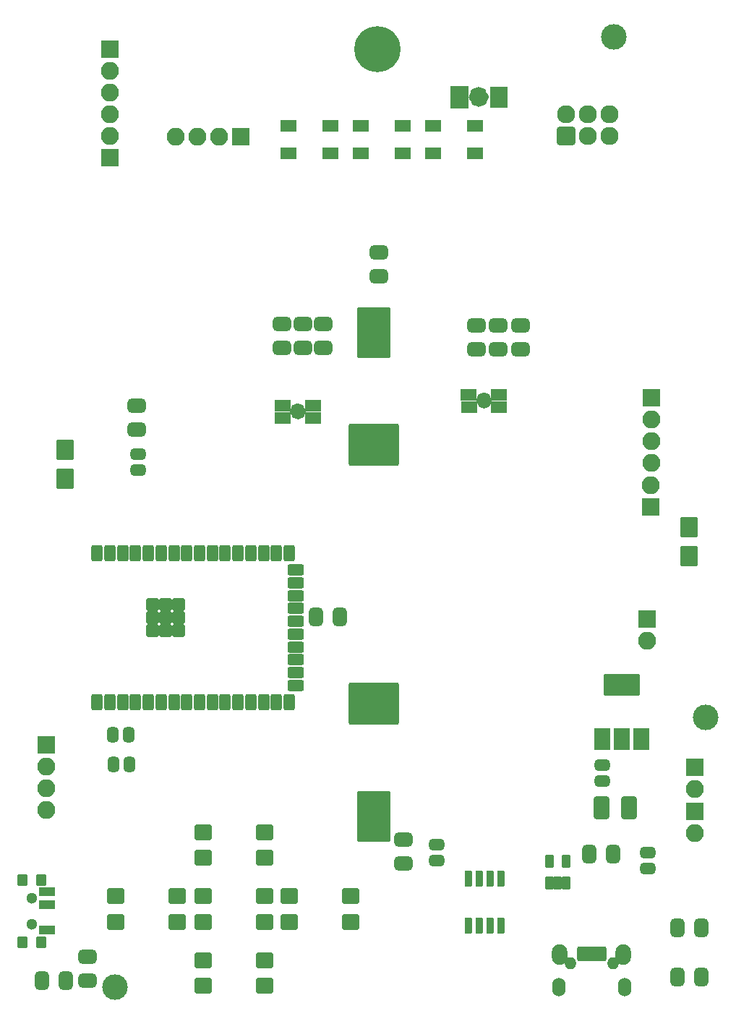
<source format=gbr>
%TF.GenerationSoftware,KiCad,Pcbnew,(6.0.10)*%
%TF.CreationDate,2023-01-31T22:12:51-06:00*%
%TF.ProjectId,CC11_Main,43433131-5f4d-4616-996e-2e6b69636164,1d*%
%TF.SameCoordinates,Original*%
%TF.FileFunction,Soldermask,Bot*%
%TF.FilePolarity,Negative*%
%FSLAX46Y46*%
G04 Gerber Fmt 4.6, Leading zero omitted, Abs format (unit mm)*
G04 Created by KiCad (PCBNEW (6.0.10)) date 2023-01-31 22:12:51*
%MOMM*%
%LPD*%
G01*
G04 APERTURE LIST*
G04 Aperture macros list*
%AMRoundRect*
0 Rectangle with rounded corners*
0 $1 Rounding radius*
0 $2 $3 $4 $5 $6 $7 $8 $9 X,Y pos of 4 corners*
0 Add a 4 corners polygon primitive as box body*
4,1,4,$2,$3,$4,$5,$6,$7,$8,$9,$2,$3,0*
0 Add four circle primitives for the rounded corners*
1,1,$1+$1,$2,$3*
1,1,$1+$1,$4,$5*
1,1,$1+$1,$6,$7*
1,1,$1+$1,$8,$9*
0 Add four rect primitives between the rounded corners*
20,1,$1+$1,$2,$3,$4,$5,0*
20,1,$1+$1,$4,$5,$6,$7,0*
20,1,$1+$1,$6,$7,$8,$9,0*
20,1,$1+$1,$8,$9,$2,$3,0*%
G04 Aperture macros list end*
%ADD10C,1.152495*%
%ADD11C,0.100000*%
%ADD12C,0.953085*%
%ADD13R,1.955800X2.463800*%
%ADD14R,1.930400X2.438400*%
%ADD15C,5.400000*%
%ADD16RoundRect,0.200000X-0.750000X-0.500000X0.750000X-0.500000X0.750000X0.500000X-0.750000X0.500000X0*%
%ADD17O,2.127200X2.127200*%
%ADD18RoundRect,0.200000X-0.863600X0.863600X-0.863600X-0.863600X0.863600X-0.863600X0.863600X0.863600X0*%
%ADD19C,2.127200*%
%ADD20C,3.000000*%
%ADD21RoundRect,0.200000X0.750000X1.100000X-0.750000X1.100000X-0.750000X-1.100000X0.750000X-1.100000X0*%
%ADD22RoundRect,0.200000X1.900000X1.100000X-1.900000X1.100000X-1.900000X-1.100000X1.900000X-1.100000X0*%
%ADD23RoundRect,0.443750X-0.243750X-0.456250X0.243750X-0.456250X0.243750X0.456250X-0.243750X0.456250X0*%
%ADD24RoundRect,0.450000X-0.625000X0.375000X-0.625000X-0.375000X0.625000X-0.375000X0.625000X0.375000X0*%
%ADD25RoundRect,0.200000X0.400000X-0.500000X0.400000X0.500000X-0.400000X0.500000X-0.400000X-0.500000X0*%
%ADD26C,1.300000*%
%ADD27RoundRect,0.200000X0.750000X-0.350000X0.750000X0.350000X-0.750000X0.350000X-0.750000X-0.350000X0*%
%ADD28RoundRect,0.200000X0.850000X0.850000X-0.850000X0.850000X-0.850000X-0.850000X0.850000X-0.850000X0*%
%ADD29O,2.100000X2.100000*%
%ADD30RoundRect,0.450001X0.499999X0.924999X-0.499999X0.924999X-0.499999X-0.924999X0.499999X-0.924999X0*%
%ADD31RoundRect,0.200000X-0.850000X-0.850000X0.850000X-0.850000X0.850000X0.850000X-0.850000X0.850000X0*%
%ADD32RoundRect,0.200000X0.750000X0.500000X-0.750000X0.500000X-0.750000X-0.500000X0.750000X-0.500000X0*%
%ADD33RoundRect,0.443750X0.456250X-0.243750X0.456250X0.243750X-0.456250X0.243750X-0.456250X-0.243750X0*%
%ADD34RoundRect,0.200000X0.800000X0.700000X-0.800000X0.700000X-0.800000X-0.700000X0.800000X-0.700000X0*%
%ADD35RoundRect,0.450000X-0.375000X-0.625000X0.375000X-0.625000X0.375000X0.625000X-0.375000X0.625000X0*%
%ADD36RoundRect,0.450000X0.375000X0.625000X-0.375000X0.625000X-0.375000X-0.625000X0.375000X-0.625000X0*%
%ADD37RoundRect,0.200000X0.300000X0.600000X-0.300000X0.600000X-0.300000X-0.600000X0.300000X-0.600000X0*%
%ADD38RoundRect,0.200000X2.750000X-2.250000X2.750000X2.250000X-2.750000X2.250000X-2.750000X-2.250000X0*%
%ADD39RoundRect,0.200000X1.750000X-2.750000X1.750000X2.750000X-1.750000X2.750000X-1.750000X-2.750000X0*%
%ADD40RoundRect,0.443750X-0.456250X0.243750X-0.456250X-0.243750X0.456250X-0.243750X0.456250X0.243750X0*%
%ADD41RoundRect,0.200000X0.850000X-0.850000X0.850000X0.850000X-0.850000X0.850000X-0.850000X-0.850000X0*%
%ADD42RoundRect,0.070000X0.325000X0.875000X-0.325000X0.875000X-0.325000X-0.875000X0.325000X-0.875000X0*%
%ADD43RoundRect,0.200000X-0.850000X0.974000X-0.850000X-0.974000X0.850000X-0.974000X0.850000X0.974000X0*%
%ADD44O,1.400000X1.400000*%
%ADD45RoundRect,0.200000X0.200000X0.650000X-0.200000X0.650000X-0.200000X-0.650000X0.200000X-0.650000X0*%
%ADD46O,1.850000X2.400000*%
%ADD47O,1.550000X2.200000*%
%ADD48RoundRect,0.200000X-0.450000X0.750000X-0.450000X-0.750000X0.450000X-0.750000X0.450000X0.750000X0*%
%ADD49RoundRect,0.200000X0.750000X0.450000X-0.750000X0.450000X-0.750000X-0.450000X0.750000X-0.450000X0*%
%ADD50RoundRect,0.200000X0.450000X-0.750000X0.450000X0.750000X-0.450000X0.750000X-0.450000X-0.750000X0*%
%ADD51RoundRect,0.200000X0.550000X-0.550000X0.550000X0.550000X-0.550000X0.550000X-0.550000X-0.550000X0*%
%ADD52RoundRect,0.450000X0.625000X-0.375000X0.625000X0.375000X-0.625000X0.375000X-0.625000X-0.375000X0*%
G04 APERTURE END LIST*
%TO.C,D6*%
D10*
X162265047Y-39750000D02*
G75*
G03*
X162265047Y-39750000I-576247J0D01*
G01*
G36*
X160368000Y-40994600D02*
G01*
X158386800Y-40994600D01*
X158386800Y-38505400D01*
X160368000Y-38505400D01*
X160368000Y-40994600D01*
G37*
D11*
X160368000Y-40994600D02*
X158386800Y-40994600D01*
X158386800Y-38505400D01*
X160368000Y-38505400D01*
X160368000Y-40994600D01*
G36*
X164940000Y-40969200D02*
G01*
X163009600Y-40969200D01*
X163009600Y-38530800D01*
X164940000Y-38530800D01*
X164940000Y-40969200D01*
G37*
X164940000Y-40969200D02*
X163009600Y-40969200D01*
X163009600Y-38530800D01*
X164940000Y-38530800D01*
X164940000Y-40969200D01*
%TO.C,D7*%
D12*
X140979626Y-76570000D02*
G75*
G03*
X140979626Y-76570000I-476542J0D01*
G01*
%TO.C,D8*%
X162789626Y-75300000D02*
G75*
G03*
X162789626Y-75300000I-476542J0D01*
G01*
%TD*%
D13*
%TO.C,D6*%
X159402800Y-39750000D03*
D14*
X163974800Y-39750000D03*
%TD*%
D15*
%TO.C,REF\u002A\u002A*%
X149840000Y-34130000D03*
%TD*%
D16*
%TO.C,D7*%
X142260000Y-77350000D03*
X138730000Y-77350000D03*
X138700000Y-75900000D03*
X142250000Y-75910000D03*
%TD*%
%TO.C,D8*%
X164070000Y-76080000D03*
X160540000Y-76080000D03*
X160510000Y-74630000D03*
X164060000Y-74640000D03*
%TD*%
D17*
%TO.C,X1*%
X171942700Y-41823700D03*
D18*
X171942700Y-44363700D03*
D17*
X174482700Y-41823700D03*
X174482700Y-44363700D03*
D19*
X177022700Y-41823700D03*
X177022700Y-44363700D03*
%TD*%
D20*
%TO.C,REF\u002A\u002A*%
X119110000Y-143940000D03*
%TD*%
%TO.C,REF\u002A\u002A*%
X188260000Y-112370000D03*
%TD*%
D21*
%TO.C,U4*%
X180750000Y-114920000D03*
X178450000Y-114920000D03*
X176150000Y-114920000D03*
D22*
X178450000Y-108620000D03*
%TD*%
D23*
%TO.C,C4*%
X118812500Y-114430000D03*
X120687500Y-114430000D03*
%TD*%
D24*
%TO.C,R1*%
X115870000Y-140450000D03*
X115870000Y-143250000D03*
%TD*%
D25*
%TO.C,SW1*%
X108280000Y-138720000D03*
X110490000Y-131420000D03*
X108280000Y-131420000D03*
D26*
X109380000Y-136570000D03*
X109380000Y-133570000D03*
D25*
X110490000Y-138720000D03*
D27*
X111140000Y-137320000D03*
X111140000Y-134320000D03*
X111140000Y-132820000D03*
%TD*%
D28*
%TO.C,J4*%
X111080000Y-115590000D03*
D29*
X111080000Y-118130000D03*
X111080000Y-120670000D03*
X111080000Y-123210000D03*
%TD*%
D30*
%TO.C,C7*%
X179325000Y-122980000D03*
X176075000Y-122980000D03*
%TD*%
D31*
%TO.C,J1*%
X118525000Y-46900000D03*
D29*
X118525000Y-44360000D03*
%TD*%
D32*
%TO.C,D4*%
X152760000Y-43170000D03*
X152760000Y-46370000D03*
X147860000Y-46370000D03*
X147860000Y-43170000D03*
%TD*%
D33*
%TO.C,C5*%
X156750000Y-129167500D03*
X156750000Y-127292500D03*
%TD*%
D34*
%TO.C,SW7*%
X136580000Y-140820000D03*
X129380000Y-140820000D03*
X136580000Y-143820000D03*
X129380000Y-143820000D03*
%TD*%
D35*
%TO.C,D1*%
X110550000Y-143220000D03*
X113350000Y-143220000D03*
%TD*%
D24*
%TO.C,R8*%
X143510000Y-66310000D03*
X143510000Y-69110000D03*
%TD*%
D35*
%TO.C,R12*%
X142590000Y-100620000D03*
X145390000Y-100620000D03*
%TD*%
D28*
%TO.C,J6*%
X118510000Y-34160000D03*
D29*
X118510000Y-36700000D03*
X118510000Y-39240000D03*
X118510000Y-41780000D03*
%TD*%
D36*
%TO.C,D2*%
X187780000Y-142810000D03*
X184980000Y-142810000D03*
%TD*%
D34*
%TO.C,SW4*%
X136610000Y-125820000D03*
X129410000Y-125820000D03*
X129410000Y-128820000D03*
X136610000Y-128820000D03*
%TD*%
D28*
%TO.C,J8*%
X181400000Y-100875000D03*
D29*
X181400000Y-103415000D03*
%TD*%
D34*
%TO.C,SW6*%
X119200000Y-133325000D03*
X126400000Y-133325000D03*
X126400000Y-136325000D03*
X119200000Y-136325000D03*
%TD*%
D37*
%TO.C,U1*%
X171890000Y-131820000D03*
X170940000Y-131820000D03*
X169990000Y-131820000D03*
X169990000Y-129220000D03*
X171890000Y-129220000D03*
%TD*%
D38*
%TO.C,BT1*%
X149430000Y-110815000D03*
D39*
X149430000Y-123990000D03*
D38*
X149405000Y-80515000D03*
D39*
X149430000Y-67390000D03*
%TD*%
D33*
%TO.C,C2*%
X181460000Y-130090000D03*
X181460000Y-128215000D03*
%TD*%
D40*
%TO.C,C1*%
X121780000Y-81582500D03*
X121780000Y-83457500D03*
%TD*%
D41*
%TO.C,OLED1*%
X133780000Y-44390000D03*
D29*
X131240000Y-44390000D03*
X128700000Y-44390000D03*
X126160000Y-44390000D03*
%TD*%
D42*
%TO.C,U3*%
X164315000Y-136781100D03*
X163045000Y-136781100D03*
X161775000Y-136781100D03*
X160505000Y-136781100D03*
X160505000Y-131281100D03*
X161775000Y-131281100D03*
X163045000Y-131281100D03*
X164315000Y-131281100D03*
%TD*%
D34*
%TO.C,SW3*%
X139480000Y-133340000D03*
X146680000Y-133340000D03*
X139480000Y-136340000D03*
X146680000Y-136340000D03*
%TD*%
D24*
%TO.C,F1*%
X152910000Y-126700000D03*
X152910000Y-129500000D03*
%TD*%
D34*
%TO.C,SW5*%
X129380000Y-133340000D03*
X136580000Y-133340000D03*
X136580000Y-136340000D03*
X129380000Y-136340000D03*
%TD*%
D20*
%TO.C,REF\u002A\u002A*%
X177540000Y-32730000D03*
%TD*%
D32*
%TO.C,D5*%
X144278810Y-43170000D03*
X144278810Y-46370000D03*
X139378810Y-46370000D03*
X139378810Y-43170000D03*
%TD*%
D40*
%TO.C,C6*%
X176130000Y-118012500D03*
X176130000Y-119887500D03*
%TD*%
D43*
%TO.C,SW2*%
X186340000Y-90120000D03*
X186340000Y-93520000D03*
%TD*%
D35*
%TO.C,R2*%
X174650000Y-128360000D03*
X177450000Y-128360000D03*
%TD*%
D24*
%TO.C,R6*%
X138670000Y-66340000D03*
X138670000Y-69140000D03*
%TD*%
D28*
%TO.C,J2*%
X186970000Y-118205000D03*
D29*
X186970000Y-120745000D03*
%TD*%
D24*
%TO.C,R7*%
X141090000Y-66340000D03*
X141090000Y-69140000D03*
%TD*%
D44*
%TO.C,J9*%
X172410000Y-141200000D03*
X177410000Y-141200000D03*
D45*
X176210000Y-140100000D03*
X175560000Y-140100000D03*
X174910000Y-140100000D03*
X174260000Y-140100000D03*
X173610000Y-140100000D03*
D46*
X171185000Y-140150000D03*
D47*
X171035000Y-143950000D03*
D46*
X178635000Y-140150000D03*
D47*
X178785000Y-143950000D03*
%TD*%
D36*
%TO.C,R3*%
X187770000Y-137050000D03*
X184970000Y-137050000D03*
%TD*%
D24*
%TO.C,R11*%
X166550000Y-66510000D03*
X166550000Y-69310000D03*
%TD*%
D32*
%TO.C,D3*%
X161230000Y-43170000D03*
X161230000Y-46370000D03*
X156330000Y-46370000D03*
X156330000Y-43170000D03*
%TD*%
D48*
%TO.C,U2*%
X117000000Y-93150000D03*
X118500000Y-93150000D03*
X120000000Y-93150000D03*
X121500000Y-93150000D03*
X123000000Y-93150000D03*
X124500000Y-93150000D03*
X126000000Y-93150000D03*
X127500000Y-93150000D03*
X129000000Y-93150000D03*
X130500000Y-93150000D03*
X132000000Y-93150000D03*
X133500000Y-93150000D03*
X135000000Y-93150000D03*
X136500000Y-93150000D03*
X138000000Y-93150000D03*
X139500000Y-93150000D03*
D49*
X140250000Y-95150000D03*
X140250000Y-96650000D03*
X140250000Y-98150000D03*
X140250000Y-99650000D03*
X140250000Y-101150000D03*
X140250000Y-102650000D03*
X140250000Y-104150000D03*
X140250000Y-105650000D03*
X140250000Y-107150000D03*
X140250000Y-108650000D03*
D50*
X139500000Y-110650000D03*
X138000000Y-110650000D03*
X136500000Y-110650000D03*
X135000000Y-110650000D03*
X133500000Y-110650000D03*
X132000000Y-110650000D03*
X130500000Y-110650000D03*
X129000000Y-110650000D03*
X127500000Y-110650000D03*
X126000000Y-110650000D03*
X124500000Y-110650000D03*
X123000000Y-110650000D03*
X121500000Y-110650000D03*
X120000000Y-110650000D03*
X118500000Y-110650000D03*
X117000000Y-110650000D03*
D51*
X125050000Y-102210000D03*
X123500000Y-102210000D03*
X123500000Y-99210000D03*
X126550000Y-99210000D03*
X125050000Y-99210000D03*
X126550000Y-100710000D03*
X125050000Y-100710000D03*
X123500000Y-100710000D03*
X126550000Y-102210000D03*
%TD*%
D31*
%TO.C,J5*%
X181850000Y-87750000D03*
D29*
X181850000Y-85210000D03*
%TD*%
D23*
%TO.C,C3*%
X118922500Y-117870000D03*
X120797500Y-117870000D03*
%TD*%
D24*
%TO.C,R9*%
X161460000Y-66510000D03*
X161460000Y-69310000D03*
%TD*%
D52*
%TO.C,R5*%
X149990000Y-60750000D03*
X149990000Y-57950000D03*
%TD*%
D24*
%TO.C,R4*%
X121670000Y-75910000D03*
X121670000Y-78710000D03*
%TD*%
%TO.C,R10*%
X163990000Y-66510000D03*
X163990000Y-69310000D03*
%TD*%
D28*
%TO.C,J3*%
X181900000Y-74990000D03*
D29*
X181900000Y-77530000D03*
X181900000Y-80070000D03*
X181900000Y-82610000D03*
%TD*%
D28*
%TO.C,J7*%
X186970000Y-123395000D03*
D29*
X186970000Y-125935000D03*
%TD*%
D43*
%TO.C,SW_Reset1*%
X113270000Y-81060000D03*
X113270000Y-84460000D03*
%TD*%
M02*

</source>
